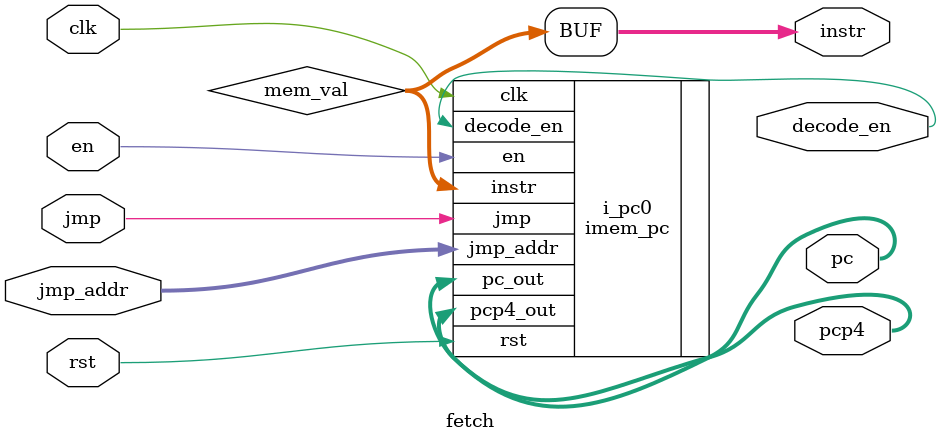
<source format=v>
`include "imem_pc.v"
`timescale 1ns / 1ns

module fetch(
	input clk,
	input en,
	input rst,
	
	input jmp,
	input [XLEN - 1:0] jmp_addr,

	output [XLEN - 1:0] instr,
	output [XLEN - 1:0] pc,
	output [XLEN - 1:0] pcp4,
	output decode_en
	);
	parameter XLEN = 32;
	parameter PC_RST = 0;
	parameter IMEM_PATH = "imemb.mem";
	parameter IS_BIN = 0;
	parameter SIZE = 128;

	wire [XLEN - 1:0] mem_val;
	
	imem_pc #(.XLEN(XLEN), .PC_RST(PC_RST), .SIZE(SIZE), .IMEM_PATH(IMEM_PATH), .IS_BIN(IS_BIN)) i_pc0 (
		.clk(clk),
		.en(en),
		.rst(rst),
		.jmp(jmp),
		.jmp_addr(jmp_addr),
		.instr(mem_val),
		.pc_out(pc),
		.pcp4_out(pcp4),
		.decode_en(decode_en)
	);

	assign instr = mem_val;

endmodule


</source>
